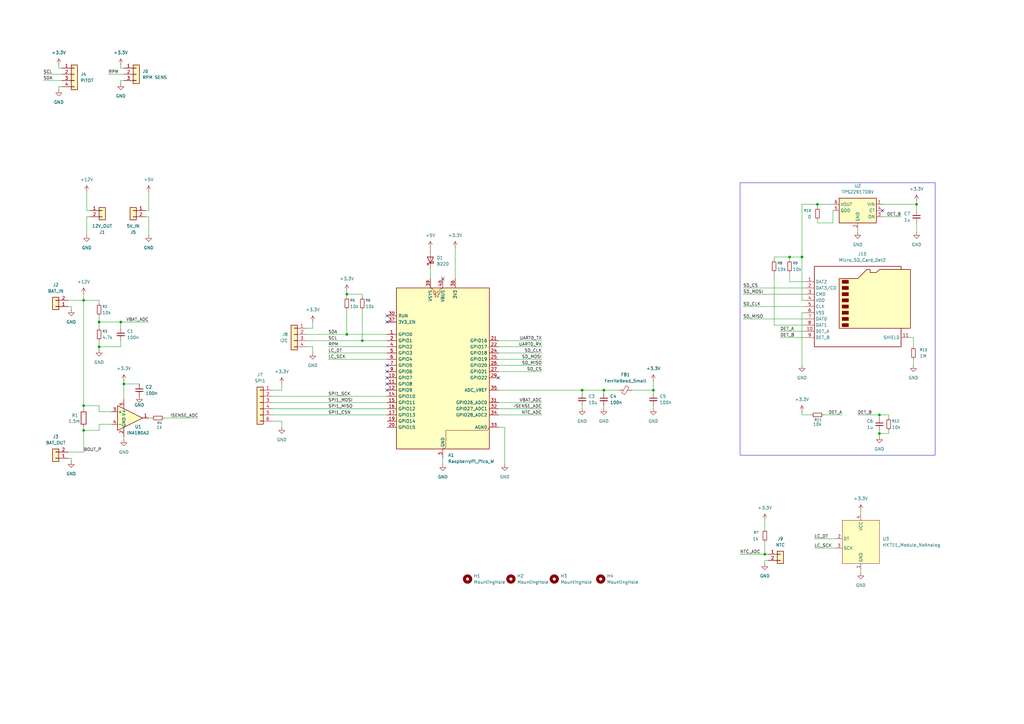
<source format=kicad_sch>
(kicad_sch (version 20250114) (generator "eeschema") (generator_version "9.0")
  (paper "A3")
  (lib_symbols
    (symbol "Amplifier_Current:INA180A3" (pin_names (offset 0.127))
      (property "Reference" "U" (at 3.81 3.81 0))
      (property "Value" "INA180A3" (at 3.81 -2.54 0))
      (symbol "INA180A3_0_1"
        (polyline (pts (xy 5.08 0) (xy -5.08 5.08) (xy -5.08 -5.08) (xy 5.08 0)) (stroke (width 0.254)) (fill (type background)))
      )
      (symbol "INA180A3_1_1"
        (pin input line (at -7.62 2.54 0) (length 2.54) (name "+") (number "3"))
        (pin input line (at -7.62 -2.54 0) (length 2.54) (name "-") (number "4"))
        (pin power_in line (at -2.54 7.62 270) (length 3.81) (name "V+") (number "5"))
        (pin power_in line (at -2.54 -7.62 90) (length 3.81) (name "GND") (number "2"))
        (pin output line (at 7.62 0 180) (length 2.54) (name "~") (number "1"))
      )
    )
    (symbol "Connector:Micro_SD_Card_Det2"
      (property "Reference" "J" (at -16.51 17.78 0))
      (property "Value" "Micro_SD_Card_Det2" (at 16.51 17.78 0))
      (symbol "Micro_SD_Card_Det2_0_1"
        (polyline (pts (xy -8.89 -8.89) (xy -8.89 11.43) (xy -1.27 11.43) (xy 2.54 15.24) (xy 3.81 15.24) (xy 3.81 13.97) (xy 6.35 13.97) (xy 7.62 15.24) (xy 20.32 15.24) (xy 20.32 -8.89) (xy -8.89 -8.89)) (stroke (width 0.254)) (fill (type background)))
        (rectangle (start -7.62 10.795) (end -5.08 9.525) (stroke (width 0.254)) (fill (type outline)))
        (rectangle (start -7.62 8.255) (end -5.08 6.985) (stroke (width 0.254)) (fill (type outline)))
        (rectangle (start -7.62 5.715) (end -5.08 4.445) (stroke (width 0.254)) (fill (type outline)))
        (rectangle (start -7.62 3.175) (end -5.08 1.905) (stroke (width 0.254)) (fill (type outline)))
        (rectangle (start -7.62 0.635) (end -5.08 -0.635) (stroke (width 0.254)) (fill (type outline)))
        (rectangle (start -7.62 -1.905) (end -5.08 -3.175) (stroke (width 0.254)) (fill (type outline)))
        (rectangle (start -7.62 -4.445) (end -5.08 -5.715) (stroke (width 0.254)) (fill (type outline)))
        (rectangle (start -7.62 -6.985) (end -5.08 -8.255) (stroke (width 0.254)) (fill (type outline)))
        (polyline (pts (xy 16.51 15.24) (xy 16.51 16.51) (xy -19.05 16.51) (xy -19.05 -16.51) (xy 16.51 -16.51) (xy 16.51 -8.89)) (stroke (width 0.254)))
      )
      (symbol "Micro_SD_Card_Det2_1_1"
        (pin bidirectional line (at -22.86 10.16 0) (length 3.81) (name "DAT2") (number "1"))
        (pin bidirectional line (at -22.86 7.62 0) (length 3.81) (name "DAT3/CD") (number "2"))
        (pin input line (at -22.86 5.08 0) (length 3.81) (name "CMD") (number "3"))
        (pin power_in line (at -22.86 2.54 0) (length 3.81) (name "VDD") (number "4"))
        (pin input line (at -22.86 0 0) (length 3.81) (name "CLK") (number "5"))
        (pin power_in line (at -22.86 -2.54 0) (length 3.81) (name "VSS") (number "6"))
        (pin bidirectional line (at -22.86 -5.08 0) (length 3.81) (name "DAT0") (number "7"))
        (pin bidirectional line (at -22.86 -7.62 0) (length 3.81) (name "DAT1") (number "8"))
        (pin passive line (at -22.86 -10.16 0) (length 3.81) (name "DET_A") (number "10"))
        (pin passive line (at -22.86 -12.7 0) (length 3.81) (name "DET_B") (number "9"))
        (pin passive line (at 20.32 -12.7 180) (length 3.81) (name "SHIELD") (number "11"))
      )
    )
    (symbol "Connector_Generic:Conn_01x02" (pin_names (offset 1.016) (hide yes))
      (property "Reference" "J" (at 0 2.54 0))
      (property "Value" "Conn_01x02" (at 0 -5.08 0))
      (symbol "Conn_01x02_1_1"
        (rectangle (start -1.27 1.27) (end 1.27 -3.81) (stroke (width 0.254)) (fill (type background)))
        (rectangle (start -1.27 0.127) (end 0 -0.127) (stroke (width 0.1524)))
        (rectangle (start -1.27 -2.413) (end 0 -2.667) (stroke (width 0.1524)))
        (pin passive line (at -5.08 0 0) (length 3.81) (name "Pin_1") (number "1"))
        (pin passive line (at -5.08 -2.54 0) (length 3.81) (name "Pin_2") (number "2"))
      )
    )
    (symbol "Connector_Generic:Conn_01x03" (pin_names (offset 1.016) (hide yes))
      (property "Reference" "J" (at 0 5.08 0))
      (property "Value" "Conn_01x03" (at 0 -5.08 0))
      (symbol "Conn_01x03_1_1"
        (rectangle (start -1.27 3.81) (end 1.27 -3.81) (stroke (width 0.254)) (fill (type background)))
        (rectangle (start -1.27 2.667) (end 0 2.413) (stroke (width 0.1524)))
        (rectangle (start -1.27 0.127) (end 0 -0.127) (stroke (width 0.1524)))
        (rectangle (start -1.27 -2.413) (end 0 -2.667) (stroke (width 0.1524)))
        (pin passive line (at -5.08 2.54 0) (length 3.81) (name "Pin_1") (number "1"))
        (pin passive line (at -5.08 0 0) (length 3.81) (name "Pin_2") (number "2"))
        (pin passive line (at -5.08 -2.54 0) (length 3.81) (name "Pin_3") (number "3"))
      )
    )
    (symbol "Connector_Generic:Conn_01x04" (pin_names (offset 1.016) (hide yes))
      (property "Reference" "J" (at 0 5.08 0))
      (property "Value" "Conn_01x04" (at 0 -7.62 0))
      (symbol "Conn_01x04_1_1"
        (rectangle (start -1.27 3.81) (end 1.27 -6.35) (stroke (width 0.254)) (fill (type background)))
        (rectangle (start -1.27 2.667) (end 0 2.413) (stroke (width 0.1524)))
        (rectangle (start -1.27 0.127) (end 0 -0.127) (stroke (width 0.1524)))
        (rectangle (start -1.27 -2.413) (end 0 -2.667) (stroke (width 0.1524)))
        (rectangle (start -1.27 -4.953) (end 0 -5.207) (stroke (width 0.1524)))
        (pin passive line (at -5.08 2.54 0) (length 3.81) (name "Pin_1") (number "1"))
        (pin passive line (at -5.08 0 0) (length 3.81) (name "Pin_2") (number "2"))
        (pin passive line (at -5.08 -2.54 0) (length 3.81) (name "Pin_3") (number "3"))
        (pin passive line (at -5.08 -5.08 0) (length 3.81) (name "Pin_4") (number "4"))
      )
    )
    (symbol "Connector_Generic:Conn_01x06" (pin_names (offset 1.016) (hide yes))
      (property "Reference" "J" (at 0 7.62 0))
      (property "Value" "Conn_01x06" (at 0 -10.16 0))
      (symbol "Conn_01x06_1_1"
        (rectangle (start -1.27 6.35) (end 1.27 -8.89) (stroke (width 0.254)) (fill (type background)))
        (rectangle (start -1.27 5.207) (end 0 4.953) (stroke (width 0.1524)))
        (rectangle (start -1.27 2.667) (end 0 2.413) (stroke (width 0.1524)))
        (rectangle (start -1.27 0.127) (end 0 -0.127) (stroke (width 0.1524)))
        (rectangle (start -1.27 -2.413) (end 0 -2.667) (stroke (width 0.1524)))
        (rectangle (start -1.27 -4.953) (end 0 -5.207) (stroke (width 0.1524)))
        (rectangle (start -1.27 -7.493) (end 0 -7.747) (stroke (width 0.1524)))
        (pin passive line (at -5.08 5.08 0) (length 3.81) (name "Pin_1") (number "1"))
        (pin passive line (at -5.08 2.54 0) (length 3.81) (name "Pin_2") (number "2"))
        (pin passive line (at -5.08 0 0) (length 3.81) (name "Pin_3") (number "3"))
        (pin passive line (at -5.08 -2.54 0) (length 3.81) (name "Pin_4") (number "4"))
        (pin passive line (at -5.08 -5.08 0) (length 3.81) (name "Pin_5") (number "5"))
        (pin passive line (at -5.08 -7.62 0) (length 3.81) (name "Pin_6") (number "6"))
      )
    )
    (symbol "Device:C_Small" (pin_numbers (hide yes)) (pin_names (offset 0.254) (hide yes))
      (property "Reference" "C" (at 0.254 1.778 0))
      (property "Value" "C_Small" (at 0.254 -2.032 0))
      (symbol "C_Small_0_1"
        (polyline (pts (xy -1.524 0.508) (xy 1.524 0.508)) (stroke (width 0.3048)))
        (polyline (pts (xy -1.524 -0.508) (xy 1.524 -0.508)) (stroke (width 0.3302)))
      )
      (symbol "C_Small_1_1"
        (pin passive line (at 0 2.54 270) (length 2.032) (name "~") (number "1"))
        (pin passive line (at 0 -2.54 90) (length 2.032) (name "~") (number "2"))
      )
    )
    (symbol "Device:FerriteBead_Small" (pin_numbers (hide yes)) (pin_names (offset 0))
      (property "Reference" "FB" (at 1.905 1.27 0))
      (property "Value" "FerriteBead_Small" (at 1.905 -1.27 0))
      (symbol "FerriteBead_Small_0_1"
        (polyline (pts (xy -1.8288 0.2794) (xy -1.1176 1.4986) (xy 1.8288 -0.2032) (xy 1.1176 -1.4224) (xy -1.8288 0.2794)))
        (polyline (pts (xy 0 0.889) (xy 0 1.2954)))
        (polyline (pts (xy 0 -1.27) (xy 0 -0.7874)))
      )
      (symbol "FerriteBead_Small_1_1"
        (pin passive line (at 0 2.54 270) (length 1.27) (name "~") (number "1"))
        (pin passive line (at 0 -2.54 90) (length 1.27) (name "~") (number "2"))
      )
    )
    (symbol "Device:R" (pin_numbers (hide yes)) (pin_names (offset 0))
      (property "Reference" "R" (at 2.032 0 90))
      (property "Value" "R" (at 0 0 90))
      (symbol "R_0_1"
        (rectangle (start -1.016 -2.54) (end 1.016 2.54) (stroke (width 0.254)))
      )
      (symbol "R_1_1"
        (pin passive line (at 0 3.81 270) (length 1.27) (name "~") (number "1"))
        (pin passive line (at 0 -3.81 90) (length 1.27) (name "~") (number "2"))
      )
    )
    (symbol "Device:R_Small" (pin_numbers (hide yes)) (pin_names (offset 0.254) (hide yes))
      (property "Reference" "R" (at 0 0 90))
      (property "Value" "R_Small" (at 1.778 0 90))
      (symbol "R_Small_0_1"
        (rectangle (start -0.762 1.778) (end 0.762 -1.778) (stroke (width 0.2032)))
      )
      (symbol "R_Small_1_1"
        (pin passive line (at 0 2.54 270) (length 0.762) (name "~") (number "1"))
        (pin passive line (at 0 -2.54 90) (length 0.762) (name "~") (number "2"))
      )
    )
    (symbol "Diode:B220" (pin_numbers (hide yes)) (pin_names (offset 1.016) (hide yes))
      (property "Reference" "D" (at 0 2.54 0))
      (property "Value" "B220" (at 0 -2.54 0))
      (symbol "B220_0_1"
        (polyline (pts (xy -1.905 0.635) (xy -1.905 1.27) (xy -1.27 1.27) (xy -1.27 -1.27) (xy -0.635 -1.27) (xy -0.635 -0.635)) (stroke (width 0.254)))
        (polyline (pts (xy 1.27 1.27) (xy 1.27 -1.27) (xy -1.27 0) (xy 1.27 1.27)) (stroke (width 0.254)))
        (polyline (pts (xy 1.27 0) (xy -1.27 0)))
      )
      (symbol "B220_1_1"
        (pin passive line (at -3.81 0 0) (length 2.54) (name "K") (number "1"))
        (pin passive line (at 3.81 0 180) (length 2.54) (name "A") (number "2"))
      )
    )
    (symbol "HX1171Module:HX711_Module_NoAnalog"
      (property "Reference" "U" (at 4.064 11.938 0))
      (property "Value" "HX711_Module_NoAnalog" (at 0 0 0))
      (symbol "HX711_Module_NoAnalog_1_1"
        (rectangle (start -7.62 8.89) (end 7.62 -8.89) (fill (type color) (color 255 255 194 1)))
        (pin bidirectional line (at -10.16 1.27 0) (length 2.54) (name "DT") (number "2"))
        (pin input line (at -10.16 -2.54 0) (length 2.54) (name "SCK") (number "3"))
        (pin power_in line (at 0 11.43 270) (length 2.54) (name "VCC") (number "4"))
        (pin power_in line (at 0 -11.43 90) (length 2.54) (name "GND") (number "1"))
      )
    )
    (symbol "MCU_Module:RaspberryPi_Pico_W" (pin_names (offset 0.762))
      (property "Reference" "A" (at -19.05 35.56 0))
      (property "Value" "RaspberryPi_Pico_W" (at 7.62 35.56 0))
      (symbol "RaspberryPi_Pico_W_0_1"
        (rectangle (start -19.05 34.29) (end 19.05 -31.75) (stroke (width 0.254)) (fill (type background)))
        (polyline (pts (xy -5.08 34.29) (xy -3.81 33.655) (xy -3.81 31.75) (xy -3.175 31.75)))
        (polyline (pts (xy -3.429 32.766) (xy -3.429 33.02) (xy -3.175 33.02) (xy -3.175 30.48) (xy -2.921 30.48) (xy -2.921 30.734)))
        (polyline (pts (xy -3.175 31.75) (xy -1.905 33.02) (xy -1.905 30.48) (xy -3.175 31.75)))
        (polyline (pts (xy 0 34.29) (xy -1.27 33.655) (xy -1.27 31.75) (xy -1.905 31.75)))
        (polyline (pts (xy 0 -31.75) (xy 1.27 -31.115) (xy 1.27 -24.13) (xy 18.415 -24.13) (xy 19.05 -22.86)))
      )
      (symbol "RaspberryPi_Pico_W_1_1"
        (pin passive line (at -22.86 22.86 0) (length 3.81) (name "RUN") (number "30"))
        (pin passive line (at -22.86 20.32 0) (length 3.81) (name "3V3_EN") (number "37"))
        (pin bidirectional line (at -22.86 15.24 0) (length 3.81) (name "GPIO0") (number "1"))
        (pin bidirectional line (at -22.86 12.7 0) (length 3.81) (name "GPIO1") (number "2"))
        (pin bidirectional line (at -22.86 10.16 0) (length 3.81) (name "GPIO2") (number "4"))
        (pin bidirectional line (at -22.86 7.62 0) (length 3.81) (name "GPIO3") (number "5"))
        (pin bidirectional line (at -22.86 5.08 0) (length 3.81) (name "GPIO4") (number "6"))
        (pin bidirectional line (at -22.86 2.54 0) (length 3.81) (name "GPIO5") (number "7"))
        (pin bidirectional line (at -22.86 0 0) (length 3.81) (name "GPIO6") (number "9"))
        (pin bidirectional line (at -22.86 -2.54 0) (length 3.81) (name "GPIO7") (number "10"))
        (pin bidirectional line (at -22.86 -5.08 0) (length 3.81) (name "GPIO8") (number "11"))
        (pin bidirectional line (at -22.86 -7.62 0) (length 3.81) (name "GPIO9") (number "12"))
        (pin bidirectional line (at -22.86 -10.16 0) (length 3.81) (name "GPIO10") (number "14"))
        (pin bidirectional line (at -22.86 -12.7 0) (length 3.81) (name "GPIO11") (number "15"))
        (pin bidirectional line (at -22.86 -15.24 0) (length 3.81) (name "GPIO12") (number "16"))
        (pin bidirectional line (at -22.86 -17.78 0) (length 3.81) (name "GPIO13") (number "17"))
        (pin bidirectional line (at -22.86 -20.32 0) (length 3.81) (name "GPIO14") (number "19"))
        (pin bidirectional line (at -22.86 -22.86 0) (length 3.81) (name "GPIO15") (number "20"))
        (pin power_in line (at -5.08 38.1 270) (length 3.81) (name "VSYS") (number "39"))
        (pin power_out line (at 0 38.1 270) (length 3.81) (name "VBUS") (number "40"))
        (pin passive line (at 0 -35.56 90) (length 3.81) (hide yes) (name "GND") (number "13"))
        (pin passive line (at 0 -35.56 90) (length 3.81) (hide yes) (name "GND") (number "18"))
        (pin passive line (at 0 -35.56 90) (length 3.81) (hide yes) (name "GND") (number "23"))
        (pin passive line (at 0 -35.56 90) (length 3.81) (hide yes) (name "GND") (number "28"))
        (pin power_out line (at 0 -35.56 90) (length 3.81) (name "GND") (number "3"))
        (pin passive line (at 0 -35.56 90) (length 3.81) (hide yes) (name "GND") (number "38"))
        (pin passive line (at 0 -35.56 90) (length 3.81) (hide yes) (name "GND") (number "8"))
        (pin power_out line (at 5.08 38.1 270) (length 3.81) (name "3V3") (number "36"))
        (pin bidirectional line (at 22.86 12.7 180) (length 3.81) (name "GPIO16") (number "21"))
        (pin bidirectional line (at 22.86 10.16 180) (length 3.81) (name "GPIO17") (number "22"))
        (pin bidirectional line (at 22.86 7.62 180) (length 3.81) (name "GPIO18") (number "24"))
        (pin bidirectional line (at 22.86 5.08 180) (length 3.81) (name "GPIO19") (number "25"))
        (pin bidirectional line (at 22.86 2.54 180) (length 3.81) (name "GPIO20") (number "26"))
        (pin bidirectional line (at 22.86 0 180) (length 3.81) (name "GPIO21") (number "27"))
        (pin bidirectional line (at 22.86 -2.54 180) (length 3.81) (name "GPIO22") (number "29"))
        (pin power_in line (at 22.86 -7.62 180) (length 3.81) (name "ADC_VREF") (number "35"))
        (pin bidirectional line (at 22.86 -12.7 180) (length 3.81) (name "GPIO26_ADC0") (number "31"))
        (pin bidirectional line (at 22.86 -15.24 180) (length 3.81) (name "GPIO27_ADC1") (number "32"))
        (pin bidirectional line (at 22.86 -17.78 180) (length 3.81) (name "GPIO28_ADC2") (number "34"))
        (pin power_out line (at 22.86 -22.86 180) (length 3.81) (name "AGND") (number "33"))
      )
    )
    (symbol "Mechanical:MountingHole" (pin_names (offset 1.016)) (in_bom no)
      (property "Reference" "H" (at 0 5.08 0))
      (property "Value" "MountingHole" (at 0 3.175 0))
      (symbol "MountingHole_0_1"
        (circle (center 0 0) (radius 1.27) (stroke (width 1.27)))
      )
    )
    (symbol "Power_Management:TPS22917DBV"
      (property "Reference" "U" (at -6.35 6.35 0))
      (property "Value" "TPS22917DBV" (at 2.54 6.35 0))
      (symbol "TPS22917DBV_0_1"
        (rectangle (start -7.62 5.08) (end 7.62 -5.08) (stroke (width 0.254)) (fill (type background)))
      )
      (symbol "TPS22917DBV_1_1"
        (pin power_in line (at -10.16 2.54 0) (length 2.54) (name "VIN") (number "1"))
        (pin output line (at -10.16 0 0) (length 2.54) (name "CT") (number "4"))
        (pin input line (at -10.16 -2.54 0) (length 2.54) (name "ON") (number "3"))
        (pin power_in line (at 0 -7.62 90) (length 2.54) (name "GND") (number "2"))
        (pin power_out line (at 10.16 2.54 180) (length 2.54) (name "VOUT") (number "6"))
        (pin open_collector line (at 10.16 0 180) (length 2.54) (name "QOD") (number "5"))
      )
    )
    (symbol "power:+12V" (power) (pin_numbers (hide yes)) (pin_names (offset 0) (hide yes))
      (property "Value" "+12V" (at 0 3.556 0))
      (symbol "+12V_0_1"
        (polyline (pts (xy -0.762 1.27) (xy 0 2.54)))
        (polyline (pts (xy 0 2.54) (xy 0.762 1.27)))
        (polyline (pts (xy 0 0) (xy 0 2.54)))
      )
      (symbol "+12V_1_1"
        (pin power_in line (at 0 0 90) (length 0) (name "~") (number "1"))
      )
    )
    (symbol "power:+3.3V" (power) (pin_numbers (hide yes)) (pin_names (offset 0) (hide yes))
      (property "Value" "+3.3V" (at 0 3.556 0))
      (symbol "+3.3V_0_1"
        (polyline (pts (xy -0.762 1.27) (xy 0 2.54)))
        (polyline (pts (xy 0 2.54) (xy 0.762 1.27)))
        (polyline (pts (xy 0 0) (xy 0 2.54)))
      )
      (symbol "+3.3V_1_1"
        (pin power_in line (at 0 0 90) (length 0) (name "~") (number "1"))
      )
    )
    (symbol "power:+5V" (power) (pin_numbers (hide yes)) (pin_names (offset 0) (hide yes))
      (property "Value" "+5V" (at 0 3.556 0))
      (symbol "+5V_0_1"
        (polyline (pts (xy -0.762 1.27) (xy 0 2.54)))
        (polyline (pts (xy 0 2.54) (xy 0.762 1.27)))
        (polyline (pts (xy 0 0) (xy 0 2.54)))
      )
      (symbol "+5V_1_1"
        (pin power_in line (at 0 0 90) (length 0) (name "~") (number "1"))
      )
    )
    (symbol "power:GND" (power) (pin_numbers (hide yes)) (pin_names (offset 0) (hide yes))
      (property "Value" "GND" (at 0 -3.81 0))
      (symbol "GND_0_1"
        (polyline (pts (xy 0 0) (xy 0 -1.27) (xy 1.27 -1.27) (xy 0 -2.54) (xy -1.27 -1.27) (xy 0 -1.27)))
      )
      (symbol "GND_1_1"
        (pin power_in line (at 0 0 270) (length 0) (name "~") (number "1"))
      )
    )
  )
  (rectangle (start 303.53 74.93) (end 383.54 186.69))
  (junction (at 142.24 120.65))
  (junction (at 142.24 137.16))
  (junction (at 360.68 177.8))
  (junction (at 247.65 160.02))
  (junction (at 238.76 160.02))
  (junction (at 40.64 142.24))
  (junction (at 40.64 132.08))
  (junction (at 50.8 157.48))
  (junction (at 148.59 139.7))
  (junction (at 328.93 105.41))
  (junction (at 375.92 83.82))
  (junction (at 34.29 166.37))
  (junction (at 267.97 160.02))
  (junction (at 34.29 176.53))
  (junction (at 313.69 227.33))
  (junction (at 360.68 170.18))
  (junction (at 34.29 123.19))
  (junction (at 335.28 83.82))
  (junction (at 49.53 132.08))
  (junction (at 323.85 105.41))
  (no_connect (at 158.75 160.02))
  (no_connect (at 204.47 154.94))
  (no_connect (at 158.75 132.08))
  (no_connect (at 158.75 129.54))
  (no_connect (at 158.75 157.48))
  (no_connect (at 361.95 86.36))
  (no_connect (at 181.61 114.3))
  (no_connect (at 158.75 152.4))
  (no_connect (at 158.75 149.86))
  (no_connect (at 158.75 154.94))
  (wire (pts (xy 204.47 165.1) (xy 222.25 165.1)))
  (wire (pts (xy 35.56 86.36) (xy 36.83 86.36)))
  (wire (pts (xy 303.53 227.33) (xy 313.69 227.33)))
  (wire (pts (xy 323.85 105.41) (xy 328.93 105.41)))
  (wire (pts (xy 267.97 156.21) (xy 267.97 160.02)))
  (wire (pts (xy 204.47 147.32) (xy 222.25 147.32)))
  (wire (pts (xy 375.92 83.82) (xy 375.92 86.36)))
  (wire (pts (xy 142.24 137.16) (xy 158.75 137.16)))
  (wire (pts (xy 50.8 33.02) (xy 49.53 33.02)))
  (wire (pts (xy 60.96 88.9) (xy 60.96 96.52)))
  (wire (pts (xy 323.85 115.57) (xy 330.2 115.57)))
  (wire (pts (xy 320.04 138.43) (xy 330.2 138.43)))
  (wire (pts (xy 40.64 173.99) (xy 45.72 173.99)))
  (wire (pts (xy 40.64 123.19) (xy 34.29 123.19)))
  (wire (pts (xy 25.4 27.94) (xy 24.13 27.94)))
  (wire (pts (xy 304.8 125.73) (xy 330.2 125.73)))
  (wire (pts (xy 267.97 160.02) (xy 267.97 161.29)))
  (wire (pts (xy 323.85 106.68) (xy 323.85 105.41)))
  (wire (pts (xy 29.21 125.73) (xy 27.94 125.73)))
  (wire (pts (xy 125.73 137.16) (xy 142.24 137.16)))
  (wire (pts (xy 142.24 127) (xy 142.24 137.16)))
  (wire (pts (xy 35.56 88.9) (xy 36.83 88.9)))
  (wire (pts (xy 40.64 132.08) (xy 40.64 134.62)))
  (wire (pts (xy 204.47 139.7) (xy 222.25 139.7)))
  (wire (pts (xy 317.5 105.41) (xy 317.5 106.68)))
  (wire (pts (xy 142.24 120.65) (xy 142.24 121.92)))
  (wire (pts (xy 328.93 128.27) (xy 330.2 128.27)))
  (wire (pts (xy 204.47 167.64) (xy 222.25 167.64)))
  (wire (pts (xy 364.49 170.18) (xy 364.49 171.45)))
  (wire (pts (xy 328.93 170.18) (xy 328.93 168.91)))
  (wire (pts (xy 128.27 142.24) (xy 125.73 142.24)))
  (wire (pts (xy 49.53 33.02) (xy 49.53 34.29)))
  (wire (pts (xy 360.68 170.18) (xy 360.68 171.45)))
  (wire (pts (xy 176.53 110.49) (xy 176.53 114.3)))
  (wire (pts (xy 364.49 177.8) (xy 360.68 177.8)))
  (wire (pts (xy 341.63 86.36) (xy 341.63 91.44)))
  (wire (pts (xy 115.57 160.02) (xy 115.57 157.48)))
  (wire (pts (xy 369.57 88.9) (xy 361.95 88.9)))
  (wire (pts (xy 50.8 27.94) (xy 49.53 27.94)))
  (wire (pts (xy 364.49 176.53) (xy 364.49 177.8)))
  (wire (pts (xy 353.06 209.55) (xy 353.06 210.82)))
  (wire (pts (xy 374.65 138.43) (xy 373.38 138.43)))
  (wire (pts (xy 328.93 149.86) (xy 328.93 128.27)))
  (wire (pts (xy 148.59 139.7) (xy 158.75 139.7)))
  (wire (pts (xy 375.92 91.44) (xy 375.92 95.25)))
  (wire (pts (xy 334.01 224.79) (xy 342.9 224.79)))
  (wire (pts (xy 314.96 229.87) (xy 313.69 229.87)))
  (wire (pts (xy 360.68 177.8) (xy 360.68 179.07)))
  (wire (pts (xy 238.76 160.02) (xy 238.76 161.29)))
  (wire (pts (xy 335.28 83.82) (xy 335.28 85.09)))
  (wire (pts (xy 24.13 27.94) (xy 24.13 26.67)))
  (wire (pts (xy 204.47 160.02) (xy 238.76 160.02)))
  (wire (pts (xy 238.76 166.37) (xy 238.76 167.64)))
  (wire (pts (xy 111.76 170.18) (xy 158.75 170.18)))
  (wire (pts (xy 247.65 166.37) (xy 247.65 167.64)))
  (wire (pts (xy 335.28 90.17) (xy 335.28 91.44)))
  (wire (pts (xy 125.73 134.62) (xy 128.27 134.62)))
  (wire (pts (xy 49.53 142.24) (xy 40.64 142.24)))
  (wire (pts (xy 40.64 168.91) (xy 45.72 168.91)))
  (wire (pts (xy 247.65 160.02) (xy 254 160.02)))
  (wire (pts (xy 128.27 144.78) (xy 128.27 142.24)))
  (wire (pts (xy 134.62 142.24) (xy 158.75 142.24)))
  (wire (pts (xy 34.29 176.53) (xy 40.64 176.53)))
  (wire (pts (xy 34.29 123.19) (xy 34.29 166.37)))
  (wire (pts (xy 60.96 132.08) (xy 49.53 132.08)))
  (wire (pts (xy 247.65 160.02) (xy 247.65 161.29)))
  (wire (pts (xy 204.47 149.86) (xy 222.25 149.86)))
  (wire (pts (xy 334.01 220.98) (xy 342.9 220.98)))
  (wire (pts (xy 317.5 133.35) (xy 330.2 133.35)))
  (wire (pts (xy 313.69 213.36) (xy 313.69 217.17)))
  (wire (pts (xy 204.47 152.4) (xy 222.25 152.4)))
  (wire (pts (xy 50.8 156.21) (xy 50.8 157.48)))
  (wire (pts (xy 317.5 105.41) (xy 323.85 105.41)))
  (wire (pts (xy 328.93 105.41) (xy 328.93 123.19)))
  (wire (pts (xy 128.27 134.62) (xy 128.27 132.08)))
  (wire (pts (xy 49.53 134.62) (xy 49.53 132.08)))
  (wire (pts (xy 204.47 144.78) (xy 222.25 144.78)))
  (wire (pts (xy 115.57 172.72) (xy 111.76 172.72)))
  (wire (pts (xy 314.96 227.33) (xy 313.69 227.33)))
  (wire (pts (xy 374.65 142.24) (xy 374.65 138.43)))
  (wire (pts (xy 60.96 171.45) (xy 62.23 171.45)))
  (wire (pts (xy 267.97 166.37) (xy 267.97 167.64)))
  (wire (pts (xy 29.21 125.73) (xy 29.21 127)))
  (wire (pts (xy 320.04 135.89) (xy 330.2 135.89)))
  (wire (pts (xy 186.69 101.6) (xy 186.69 114.3)))
  (wire (pts (xy 111.76 160.02) (xy 115.57 160.02)))
  (wire (pts (xy 34.29 185.42) (xy 34.29 176.53)))
  (wire (pts (xy 313.69 229.87) (xy 313.69 231.14)))
  (wire (pts (xy 351.79 170.18) (xy 360.68 170.18)))
  (wire (pts (xy 50.8 179.07) (xy 50.8 180.34)))
  (wire (pts (xy 59.69 86.36) (xy 60.96 86.36)))
  (wire (pts (xy 27.94 187.96) (xy 29.21 187.96)))
  (wire (pts (xy 351.79 93.98) (xy 351.79 95.25)))
  (wire (pts (xy 259.08 160.02) (xy 267.97 160.02)))
  (wire (pts (xy 35.56 78.74) (xy 35.56 86.36)))
  (wire (pts (xy 337.82 170.18) (xy 345.44 170.18)))
  (wire (pts (xy 44.45 30.48) (xy 50.8 30.48)))
  (wire (pts (xy 360.68 170.18) (xy 364.49 170.18)))
  (wire (pts (xy 142.24 119.38) (xy 142.24 120.65)))
  (wire (pts (xy 317.5 111.76) (xy 317.5 133.35)))
  (wire (pts (xy 35.56 96.52) (xy 35.56 88.9)))
  (wire (pts (xy 27.94 185.42) (xy 34.29 185.42)))
  (wire (pts (xy 40.64 129.54) (xy 40.64 132.08)))
  (wire (pts (xy 361.95 83.82) (xy 375.92 83.82)))
  (wire (pts (xy 207.01 175.26) (xy 204.47 175.26)))
  (wire (pts (xy 25.4 35.56) (xy 24.13 35.56)))
  (wire (pts (xy 176.53 101.6) (xy 176.53 102.87)))
  (wire (pts (xy 34.29 166.37) (xy 40.64 166.37)))
  (wire (pts (xy 304.8 130.81) (xy 330.2 130.81)))
  (wire (pts (xy 207.01 190.5) (xy 207.01 175.26)))
  (wire (pts (xy 40.64 123.19) (xy 40.64 124.46)))
  (wire (pts (xy 17.78 33.02) (xy 25.4 33.02)))
  (wire (pts (xy 34.29 120.65) (xy 34.29 123.19)))
  (wire (pts (xy 375.92 83.82) (xy 375.92 82.55)))
  (wire (pts (xy 49.53 139.7) (xy 49.53 142.24)))
  (wire (pts (xy 341.63 83.82) (xy 335.28 83.82)))
  (wire (pts (xy 181.61 187.96) (xy 181.61 190.5)))
  (wire (pts (xy 148.59 120.65) (xy 142.24 120.65)))
  (wire (pts (xy 40.64 142.24) (xy 40.64 143.51)))
  (wire (pts (xy 59.69 88.9) (xy 60.96 88.9)))
  (wire (pts (xy 148.59 127) (xy 148.59 139.7)))
  (wire (pts (xy 49.53 27.94) (xy 49.53 26.67)))
  (wire (pts (xy 335.28 91.44) (xy 341.63 91.44)))
  (wire (pts (xy 335.28 83.82) (xy 328.93 83.82)))
  (wire (pts (xy 125.73 139.7) (xy 148.59 139.7)))
  (wire (pts (xy 111.76 167.64) (xy 158.75 167.64)))
  (wire (pts (xy 40.64 139.7) (xy 40.64 142.24)))
  (wire (pts (xy 148.59 121.92) (xy 148.59 120.65)))
  (wire (pts (xy 57.15 157.48) (xy 50.8 157.48)))
  (wire (pts (xy 34.29 176.53) (xy 34.29 175.26)))
  (wire (pts (xy 360.68 176.53) (xy 360.68 177.8)))
  (wire (pts (xy 304.8 120.65) (xy 330.2 120.65)))
  (wire (pts (xy 330.2 123.19) (xy 328.93 123.19)))
  (wire (pts (xy 60.96 86.36) (xy 60.96 78.74)))
  (wire (pts (xy 40.64 132.08) (xy 49.53 132.08)))
  (wire (pts (xy 304.8 118.11) (xy 330.2 118.11)))
  (wire (pts (xy 332.74 170.18) (xy 328.93 170.18)))
  (wire (pts (xy 328.93 83.82) (xy 328.93 105.41)))
  (wire (pts (xy 67.31 171.45) (xy 81.28 171.45)))
  (wire (pts (xy 111.76 165.1) (xy 158.75 165.1)))
  (wire (pts (xy 353.06 233.68) (xy 353.06 234.95)))
  (wire (pts (xy 115.57 175.26) (xy 115.57 172.72)))
  (wire (pts (xy 27.94 123.19) (xy 34.29 123.19)))
  (wire (pts (xy 34.29 166.37) (xy 34.29 167.64)))
  (wire (pts (xy 323.85 111.76) (xy 323.85 115.57)))
  (wire (pts (xy 24.13 35.56) (xy 24.13 36.83)))
  (wire (pts (xy 134.62 147.32) (xy 158.75 147.32)))
  (wire (pts (xy 313.69 222.25) (xy 313.69 227.33)))
  (wire (pts (xy 134.62 144.78) (xy 158.75 144.78)))
  (wire (pts (xy 29.21 187.96) (xy 29.21 189.23)))
  (wire (pts (xy 40.64 166.37) (xy 40.64 168.91)))
  (wire (pts (xy 111.76 162.56) (xy 158.75 162.56)))
  (wire (pts (xy 50.8 157.48) (xy 50.8 163.83)))
  (wire (pts (xy 238.76 160.02) (xy 247.65 160.02)))
  (wire (pts (xy 374.65 147.32) (xy 374.65 149.86)))
  (wire (pts (xy 17.78 30.48) (xy 25.4 30.48)))
  (wire (pts (xy 204.47 170.18) (xy 222.25 170.18)))
  (wire (pts (xy 204.47 142.24) (xy 222.25 142.24)))
  (wire (pts (xy 40.64 176.53) (xy 40.64 173.99)))
  (label "SPI1_CSN" (at 134.62 170.18 0))
  (label "SCL" (at 134.62 139.7 0))
  (label "SDA" (at 17.78 33.02 0))
  (label "UART0_RX" (at 222.25 142.24 180))
  (label "VBAT_ADC" (at 222.25 165.1 180))
  (label "SD_MISO" (at 304.8 130.81 0))
  (label "LC_DT" (at 334.01 220.98 0))
  (label "SPI1_SCK" (at 134.62 162.56 0))
  (label "RPM" (at 134.62 142.24 0))
  (label "LC_SCK" (at 334.01 224.79 0))
  (label "ISENSE_ADC" (at 81.28 171.45 180))
  (label "DET_A" (at 345.44 170.18 180))
  (label "LC_DT" (at 134.62 144.78 0))
  (label "SCL" (at 17.78 30.48 0))
  (label "VBAT_ADC" (at 60.96 132.08 180))
  (label "SD_MOSI" (at 222.25 147.32 180))
  (label "DET_A" (at 320.04 135.89 0))
  (label "BOUT_P" (at 34.29 185.42 0))
  (label "SD_MOSI" (at 304.8 120.65 0))
  (label "SPI1_MISO" (at 134.62 167.64 0))
  (label "RPM" (at 44.45 30.48 0))
  (label "SD_CS" (at 222.25 152.4 180))
  (label "DET_B" (at 369.57 88.9 180))
  (label "UART0_TX" (at 222.25 139.7 180))
  (label "LC_SCK" (at 134.62 147.32 0))
  (label "NTC_ADC" (at 222.25 170.18 180))
  (label "SD_MISO" (at 222.25 149.86 180))
  (label "SPI1_MOSI" (at 134.62 165.1 0))
  (label "ISENSE_ADC" (at 222.25 167.64 180))
  (label "SD_CS" (at 304.8 118.11 0))
  (label "DET_B" (at 351.79 170.18 0))
  (label "SDA" (at 134.62 137.16 0))
  (label "NTC_ADC" (at 303.53 227.33 0))
  (label "SD_CLK" (at 222.25 144.78 180))
  (label "SD_CLK" (at 304.8 125.73 0))
  (label "DET_B" (at 320.04 138.43 0))
  (symbol (lib_id "power:GND") (at 115.57 175.26 0) (unit 1)
    (property "Reference" "#PWR017" (effects (hide yes)))
    (property "Value" "GND" (at 115.57 180.34 0))
    (property "Description" "Power symbol creates a global label with name \"GND\" , ground" (effects (hide yes)))
  )
  (symbol (lib_id "power:+3.3V") (at 267.97 156.21 0) (mirror y) (unit 1)
    (property "Reference" "#PWR026" (effects (hide yes)))
    (property "Value" "+3.3V" (at 267.97 151.13 0))
    (property "Description" "Power symbol creates a global label with name \"+3.3V\"" (effects (hide yes)))
  )
  (symbol (lib_id "HX1171Module:HX711_Module_NoAnalog") (at 353.06 222.25 0) (unit 1)
    (property "Reference" "U3" (at 361.95 220.9799 0) (effects (justify left)))
    (property "Value" "HX711_Module_NoAnalog" (at 361.95 223.5199 0) (effects (justify left)))
    (property "Footprint" "HX711Module:HX711_Module_NoAnalog" (effects (hide yes)))
  )
  (symbol (lib_id "power:GND") (at 35.56 96.52 0) (unit 1)
    (property "Reference" "#PWR015" (effects (hide yes)))
    (property "Value" "GND" (at 35.56 101.6 0))
    (property "Description" "Power symbol creates a global label with name \"GND\" , ground" (effects (hide yes)))
  )
  (symbol (lib_id "MCU_Module:RaspberryPi_Pico_W") (at 181.61 152.4 0) (unit 1)
    (property "Reference" "A1" (at 183.7533 186.69 0) (effects (justify left)))
    (property "Value" "RaspberryPi_Pico_W" (at 183.7533 189.23 0) (effects (justify left)))
    (property "Footprint" "Module:RaspberryPi_Pico_Common_THT" (effects (hide yes)))
    (property "Datasheet" "https://datasheets.raspberrypi.com/picow/pico-w-datasheet.pdf" (effects (hide yes)))
    (property "Description" "Versatile and inexpensive wireless microcontroller module powered by RP2040 dual-core Arm Cortex-M0+ processor up to 133 MHz, 264kB SRAM, 2MB QSPI flash, Infineon CYW43439 2.4GHz 802.11n wireless LAN; also supports Raspberry Pi Pico 2 W" (effects (hide yes)))
  )
  (symbol (lib_id "Mechanical:MountingHole") (at 209.55 237.49 0) (unit 1) (in_bom no)
    (property "Reference" "H2" (at 212.09 236.2199 0) (effects (justify left)))
    (property "Value" "MountingHole" (at 212.09 238.7599 0) (effects (justify left)))
    (property "Footprint" "MountingHole:MountingHole_2.2mm_M2_ISO7380" (effects (hide yes)))
    (property "Description" "Mounting Hole without connection" (effects (hide yes)))
  )
  (symbol (lib_id "power:GND") (at 375.92 95.25 0) (mirror y) (unit 1)
    (property "Reference" "#PWR038" (effects (hide yes)))
    (property "Value" "GND" (at 375.92 100.33 0))
    (property "Description" "Power symbol creates a global label with name \"GND\" , ground" (effects (hide yes)))
  )
  (symbol (lib_id "power:GND") (at 360.68 179.07 0) (unit 1)
    (property "Reference" "#PWR035" (effects (hide yes)))
    (property "Value" "GND" (at 360.68 184.15 0))
    (property "Description" "Power symbol creates a global label with name \"GND\" , ground" (effects (hide yes)))
  )
  (symbol (lib_id "power:+12V") (at 34.29 120.65 0) (unit 1)
    (property "Reference" "#PWR05" (effects (hide yes)))
    (property "Value" "+12V" (at 34.29 115.57 0))
    (property "Description" "Power symbol creates a global label with name \"+12V\"" (effects (hide yes)))
  )
  (symbol (lib_id "Connector_Generic:Conn_01x04") (at 30.48 30.48 0) (unit 1)
    (property "Reference" "J4" (at 33.02 30.4799 0) (effects (justify left)))
    (property "Value" "PITOT" (at 33.02 33.0199 0) (effects (justify left)))
    (property "Footprint" "Connector_JST:JST_PH_B4B-PH-K_1x04_P2.00mm_Vertical" (effects (hide yes)))
    (property "Description" "Generic connector, single row, 01x04, script generated (kicad-library-utils/schlib/autogen/connector/)" (effects (hide yes)))
  )
  (symbol (lib_id "Device:C_Small") (at 375.92 88.9 0) (mirror y) (unit 1)
    (property "Reference" "C7" (at 373.38 87.6362 0) (effects (justify left)))
    (property "Value" "1u" (at 373.38 90.1762 0) (effects (justify left)))
    (property "Footprint" "Capacitor_SMD:C_0805_2012Metric_Pad1.18x1.45mm_HandSolder" (effects (hide yes)))
    (property "Description" "Unpolarized capacitor, small symbol" (effects (hide yes)))
  )
  (symbol (lib_id "Device:C_Small") (at 247.65 163.83 0) (mirror y) (unit 1)
    (property "Reference" "C4" (at 250.19 162.5662 0) (effects (justify right)))
    (property "Value" "100n" (at 250.19 165.1062 0) (effects (justify right)))
    (property "Footprint" "Capacitor_SMD:C_0805_2012Metric_Pad1.18x1.45mm_HandSolder" (effects (hide yes)))
    (property "Description" "Unpolarized capacitor, small symbol" (effects (hide yes)))
  )
  (symbol (lib_id "power:+3.3V") (at 24.13 26.67 0) (mirror y) (unit 1)
    (property "Reference" "#PWR01" (effects (hide yes)))
    (property "Value" "+3.3V" (at 24.13 21.59 0))
    (property "Description" "Power symbol creates a global label with name \"+3.3V\"" (effects (hide yes)))
  )
  (symbol (lib_id "power:GND") (at 313.69 231.14 0) (unit 1)
    (property "Reference" "#PWR029" (effects (hide yes)))
    (property "Value" "GND" (at 313.69 236.22 0))
    (property "Description" "Power symbol creates a global label with name \"GND\" , ground" (effects (hide yes)))
  )
  (symbol (lib_id "Device:R_Small") (at 313.69 219.71 0) (unit 1)
    (property "Reference" "R7" (at 311.15 218.4399 0) (effects (font (size 1.016 1.016)) (justify right)))
    (property "Value" "1k" (at 311.15 220.9799 0) (effects (justify right)))
    (property "Footprint" "Resistor_SMD:R_0805_2012Metric_Pad1.20x1.40mm_HandSolder" (effects (hide yes)))
    (property "Description" "Resistor, small symbol" (effects (hide yes)))
  )
  (symbol (lib_id "Connector_Generic:Conn_01x02") (at 22.86 187.96 180) (unit 1)
    (property "Reference" "J3" (at 22.86 179.07 0))
    (property "Value" "BAT_OUT" (at 22.86 181.61 0))
    (property "Footprint" "Connector_AMASS:AMASS_XT60-F_1x02_P7.20mm_Vertical" (effects (hide yes)))
    (property "Description" "Generic connector, single row, 01x02, script generated (kicad-library-utils/schlib/autogen/connector/)" (effects (hide yes)))
  )
  (symbol (lib_id "Device:R_Small") (at 40.64 127 0) (unit 1)
    (property "Reference" "R2" (at 41.91 125.73 0) (effects (font (size 1.016 1.016)) (justify left)))
    (property "Value" "10k" (at 41.91 128.27 0) (effects (justify left)))
    (property "Footprint" "Resistor_SMD:R_0805_2012Metric_Pad1.20x1.40mm_HandSolder" (effects (hide yes)))
    (property "Description" "Resistor, small symbol" (effects (hide yes)))
  )
  (symbol (lib_id "power:GND") (at 328.93 149.86 0) (unit 1)
    (property "Reference" "#PWR030" (effects (hide yes)))
    (property "Value" "GND" (at 328.93 154.94 0))
    (property "Description" "Power symbol creates a global label with name \"GND\" , ground" (effects (hide yes)))
  )
  (symbol (lib_id "power:GND") (at 238.76 167.64 0) (unit 1)
    (property "Reference" "#PWR024" (effects (hide yes)))
    (property "Value" "GND" (at 238.76 172.72 0))
    (property "Description" "Power symbol creates a global label with name \"GND\" , ground" (effects (hide yes)))
  )
  (symbol (lib_id "Device:C_Small") (at 57.15 160.02 0) (unit 1)
    (property "Reference" "C2" (at 59.69 158.7562 0) (effects (justify left)))
    (property "Value" "100n" (at 59.69 161.2962 0) (effects (justify left)))
    (property "Footprint" "Capacitor_SMD:C_0805_2012Metric_Pad1.18x1.45mm_HandSolder" (effects (hide yes)))
    (property "Description" "Unpolarized capacitor, small symbol" (effects (hide yes)))
  )
  (symbol (lib_id "power:+12V") (at 35.56 78.74 0) (unit 1)
    (property "Reference" "#PWR03" (effects (hide yes)))
    (property "Value" "+12V" (at 35.56 73.66 0))
    (property "Description" "Power symbol creates a global label with name \"+12V\"" (effects (hide yes)))
  )
  (symbol (lib_id "Mechanical:MountingHole") (at 191.77 237.49 0) (unit 1) (in_bom no)
    (property "Reference" "H1" (at 194.31 236.2199 0) (effects (justify left)))
    (property "Value" "MountingHole" (at 194.31 238.7599 0) (effects (justify left)))
    (property "Footprint" "MountingHole:MountingHole_2.2mm_M2_ISO7380" (effects (hide yes)))
    (property "Description" "Mounting Hole without connection" (effects (hide yes)))
  )
  (symbol (lib_id "Device:C_Small") (at 360.68 173.99 0) (mirror y) (unit 1)
    (property "Reference" "C6" (at 358.14 172.7262 0) (effects (justify left)))
    (property "Value" "1u" (at 358.14 175.2662 0) (effects (justify left)))
    (property "Footprint" "Capacitor_SMD:C_0805_2012Metric_Pad1.18x1.45mm_HandSolder" (effects (hide yes)))
    (property "Description" "Unpolarized capacitor, small symbol" (effects (hide yes)))
  )
  (symbol (lib_id "Connector_Generic:Conn_01x04") (at 120.65 137.16 0) (mirror y) (unit 1)
    (property "Reference" "J8" (at 118.11 137.1599 0) (effects (justify left)))
    (property "Value" "I2C" (at 118.11 139.6999 0) (effects (justify left)))
    (property "Footprint" "Connector_PinHeader_2.54mm:PinHeader_1x04_P2.54mm_Vertical" (effects (hide yes)))
    (property "Description" "Generic connector, single row, 01x04, script generated (kicad-library-utils/schlib/autogen/connector/)" (effects (hide yes)))
  )
  (symbol (lib_id "power:+3.3V") (at 49.53 26.67 0) (mirror y) (unit 1)
    (property "Reference" "#PWR010" (effects (hide yes)))
    (property "Value" "+3.3V" (at 49.53 21.59 0))
    (property "Description" "Power symbol creates a global label with name \"+3.3V\"" (effects (hide yes)))
  )
  (symbol (lib_id "power:GND") (at 29.21 127 0) (unit 1)
    (property "Reference" "#PWR04" (effects (hide yes)))
    (property "Value" "GND" (at 29.21 132.08 0))
    (property "Description" "Power symbol creates a global label with name \"GND\" , ground" (effects (hide yes)))
  )
  (symbol (lib_id "power:+3.3V") (at 142.24 119.38 0) (mirror y) (unit 1)
    (property "Reference" "#PWR019" (effects (hide yes)))
    (property "Value" "+3.3V" (at 142.24 114.3 0))
    (property "Description" "Power symbol creates a global label with name \"+3.3V\"" (effects (hide yes)))
  )
  (symbol (lib_id "Connector:Micro_SD_Card_Det2") (at 353.06 125.73 0) (unit 1)
    (property "Reference" "J10" (at 353.695 104.14 0))
    (property "Value" "Micro_SD_Card_Det2" (at 353.695 106.68 0))
    (property "Footprint" "Connector_Card:microSD_HC_Molex_104031-0811" (effects (hide yes)))
    (property "Datasheet" "https://www.hirose.com/en/product/document?clcode=&productname=&series=DM3&documenttype=Catalog&lang=en&documentid=D49662_en" (effects (hide yes)))
    (property "Description" "Micro SD Card Socket with two card detection pins" (effects (hide yes)))
  )
  (symbol (lib_id "Connector_Generic:Conn_01x03") (at 55.88 30.48 0) (unit 1)
    (property "Reference" "J6" (at 58.42 29.2099 0) (effects (justify left)))
    (property "Value" "RPM SENS" (at 58.42 31.7499 0) (effects (justify left)))
    (property "Footprint" "Connector_PinSocket_2.54mm:PinSocket_1x03_P2.54mm_Vertical" (effects (hide yes)))
    (property "Description" "Generic connector, single row, 01x03, script generated (kicad-library-utils/schlib/autogen/connector/)" (effects (hide yes)))
  )
  (symbol (lib_id "Connector_Generic:Conn_01x02") (at 54.61 86.36 0) (mirror y) (unit 1)
    (property "Reference" "J5" (at 54.61 95.25 0))
    (property "Value" "5V_IN" (at 54.61 92.71 0))
    (property "Footprint" "Connector_JST:JST_PH_B2B-PH-K_1x02_P2.00mm_Vertical" (effects (hide yes)))
    (property "Description" "Generic connector, single row, 01x02, script generated (kicad-library-utils/schlib/autogen/connector/)" (effects (hide yes)))
  )
  (symbol (lib_id "Device:R_Small") (at 323.85 109.22 0) (unit 1)
    (property "Reference" "R9" (at 325.12 107.95 0) (effects (font (size 1.016 1.016)) (justify left)))
    (property "Value" "10k" (at 325.12 110.49 0) (effects (justify left)))
    (property "Footprint" "Resistor_SMD:R_0805_2012Metric_Pad1.20x1.40mm_HandSolder" (effects (hide yes)))
    (property "Description" "Resistor, small symbol" (effects (hide yes)))
  )
  (symbol (lib_id "power:+5V") (at 60.96 78.74 0) (unit 1)
    (property "Reference" "#PWR09" (effects (hide yes)))
    (property "Value" "+5V" (at 60.96 73.66 0))
    (property "Description" "Power symbol creates a global label with name \"+5V\"" (effects (hide yes)))
  )
  (symbol (lib_id "power:GND") (at 40.64 143.51 0) (unit 1)
    (property "Reference" "#PWR08" (effects (hide yes)))
    (property "Value" "GND" (at 40.64 148.59 0))
    (property "Description" "Power symbol creates a global label with name \"GND\" , ground" (effects (hide yes)))
  )
  (symbol (lib_id "power:GND") (at 374.65 149.86 0) (unit 1)
    (property "Reference" "#PWR036" (effects (hide yes)))
    (property "Value" "GND" (at 374.65 154.94 0))
    (property "Description" "Power symbol creates a global label with name \"GND\" , ground" (effects (hide yes)))
  )
  (symbol (lib_id "power:GND") (at 207.01 190.5 0) (unit 1)
    (property "Reference" "#PWR023" (effects (hide yes)))
    (property "Value" "GND" (at 207.01 195.58 0))
    (property "Description" "Power symbol creates a global label with name \"GND\" , ground" (effects (hide yes)))
  )
  (symbol (lib_id "Mechanical:MountingHole") (at 246.38 237.49 0) (unit 1) (in_bom no)
    (property "Reference" "H4" (at 248.92 236.2199 0) (effects (justify left)))
    (property "Value" "MountingHole" (at 248.92 238.7599 0) (effects (justify left)))
    (property "Footprint" "MountingHole:MountingHole_2.2mm_M2_ISO7380" (effects (hide yes)))
    (property "Description" "Mounting Hole without connection" (effects (hide yes)))
  )
  (symbol (lib_id "power:GND") (at 50.8 180.34 0) (unit 1)
    (property "Reference" "#PWR013" (effects (hide yes)))
    (property "Value" "GND" (at 50.8 185.42 0))
    (property "Description" "Power symbol creates a global label with name \"GND\" , ground" (effects (hide yes)))
  )
  (symbol (lib_id "Device:FerriteBead_Small") (at 256.54 160.02 90) (unit 1)
    (property "Reference" "FB1" (at 256.5019 153.67 90))
    (property "Value" "FerriteBead_Small" (at 256.5019 156.21 90))
    (property "Footprint" "Inductor_SMD:L_0805_2012Metric_Pad1.05x1.20mm_HandSolder" (effects (hide yes)))
    (property "Description" "Ferrite bead, small symbol" (effects (hide yes)))
  )
  (symbol (lib_id "Device:R_Small") (at 335.28 87.63 0) (mirror y) (unit 1)
    (property "Reference" "R10" (at 332.74 86.3599 0) (effects (font (size 1.016 1.016)) (justify left)))
    (property "Value" "0" (at 332.74 88.8999 0) (effects (justify left)))
    (property "Footprint" "Resistor_SMD:R_0805_2012Metric_Pad1.20x1.40mm_HandSolder" (effects (hide yes)))
    (property "Description" "Resistor, small symbol" (effects (hide yes)))
  )
  (symbol (lib_id "Amplifier_Current:INA180A3") (at 53.34 171.45 0) (unit 1)
    (property "Reference" "U1" (at 56.642 175.006 0))
    (property "Value" "INA180A2" (at 56.642 177.546 0))
    (property "Footprint" "Package_TO_SOT_SMD:SOT-23-5" (effects (hide yes)))
    (property "Datasheet" "http://www.ti.com/lit/ds/symlink/ina180.pdf" (effects (hide yes)))
    (property "Description" "Current Sense Amplifier, 1 Circuit, Rail-to-Rail, 26V, Gain 100 V/V, SOT-23-5" (effects (hide yes)))
  )
  (symbol (lib_id "power:GND") (at 49.53 34.29 0) (unit 1)
    (property "Reference" "#PWR011" (effects (hide yes)))
    (property "Value" "GND" (at 49.53 39.37 0))
    (property "Description" "Power symbol creates a global label with name \"GND\" , ground" (effects (hide yes)))
  )
  (symbol (lib_id "power:+3.3V") (at 353.06 209.55 0) (mirror y) (unit 1)
    (property "Reference" "#PWR033" (effects (hide yes)))
    (property "Value" "+3.3V" (at 353.06 204.47 0))
    (property "Description" "Power symbol creates a global label with name \"+3.3V\"" (effects (hide yes)))
  )
  (symbol (lib_id "power:GND") (at 60.96 96.52 0) (unit 1)
    (property "Reference" "#PWR07" (effects (hide yes)))
    (property "Value" "GND" (at 60.96 101.6 0))
    (property "Description" "Power symbol creates a global label with name \"GND\" , ground" (effects (hide yes)))
  )
  (symbol (lib_id "Device:C_Small") (at 267.97 163.83 0) (mirror y) (unit 1)
    (property "Reference" "C5" (at 270.51 162.5662 0) (effects (justify right)))
    (property "Value" "100n" (at 270.51 165.1062 0) (effects (justify right)))
    (property "Footprint" "Capacitor_SMD:C_0805_2012Metric_Pad1.18x1.45mm_HandSolder" (effects (hide yes)))
    (property "Description" "Unpolarized capacitor, small symbol" (effects (hide yes)))
  )
  (symbol (lib_id "Connector_Generic:Conn_01x02") (at 41.91 86.36 0) (unit 1)
    (property "Reference" "J1" (at 41.91 95.25 0))
    (property "Value" "12V_OUT" (at 41.91 92.71 0))
    (property "Footprint" "Connector_JST:JST_PH_B2B-PH-K_1x02_P2.00mm_Vertical" (effects (hide yes)))
    (property "Description" "Generic connector, single row, 01x02, script generated (kicad-library-utils/schlib/autogen/connector/)" (effects (hide yes)))
  )
  (symbol (lib_id "power:+3.3V") (at 115.57 157.48 0) (mirror y) (unit 1)
    (property "Reference" "#PWR016" (effects (hide yes)))
    (property "Value" "+3.3V" (at 115.57 152.4 0))
    (property "Description" "Power symbol creates a global label with name \"+3.3V\"" (effects (hide yes)))
  )
  (symbol (lib_id "power:+3.3V") (at 50.8 156.21 0) (mirror y) (unit 1)
    (property "Reference" "#PWR012" (effects (hide yes)))
    (property "Value" "+3.3V" (at 50.8 151.13 0))
    (property "Description" "Power symbol creates a global label with name \"+3.3V\"" (effects (hide yes)))
  )
  (symbol (lib_id "power:GND") (at 351.79 95.25 0) (mirror y) (unit 1)
    (property "Reference" "#PWR032" (effects (hide yes)))
    (property "Value" "GND" (at 351.79 100.33 0))
    (property "Description" "Power symbol creates a global label with name \"GND\" , ground" (effects (hide yes)))
  )
  (symbol (lib_id "power:GND") (at 128.27 144.78 0) (unit 1)
    (property "Reference" "#PWR039" (effects (hide yes)))
    (property "Value" "GND" (at 128.27 149.86 0))
    (property "Description" "Power symbol creates a global label with name \"GND\" , ground" (effects (hide yes)))
  )
  (symbol (lib_id "power:GND") (at 57.15 162.56 0) (unit 1)
    (property "Reference" "#PWR014" (effects (hide yes)))
    (property "Value" "GND" (at 57.15 166.116 0))
    (property "Description" "Power symbol creates a global label with name \"GND\" , ground" (effects (hide yes)))
  )
  (symbol (lib_id "power:+3.3V") (at 186.69 101.6 0) (mirror y) (unit 1)
    (property "Reference" "#PWR022" (effects (hide yes)))
    (property "Value" "+3.3V" (at 186.69 96.52 0))
    (property "Description" "Power symbol creates a global label with name \"+3.3V\"" (effects (hide yes)))
  )
  (symbol (lib_id "Device:R_Small") (at 142.24 124.46 0) (unit 1)
    (property "Reference" "R5" (at 143.51 123.19 0) (effects (font (size 1.016 1.016)) (justify left)))
    (property "Value" "10k" (at 143.51 125.73 0) (effects (justify left)))
    (property "Footprint" "Resistor_SMD:R_0805_2012Metric_Pad1.20x1.40mm_HandSolder" (effects (hide yes)))
    (property "Description" "Resistor, small symbol" (effects (hide yes)))
  )
  (symbol (lib_id "Connector_Generic:Conn_01x02") (at 22.86 125.73 180) (unit 1)
    (property "Reference" "J2" (at 22.86 116.84 0))
    (property "Value" "BAT_IN" (at 22.86 119.38 0))
    (property "Footprint" "Connector_AMASS:AMASS_XT60-F_1x02_P7.20mm_Vertical" (effects (hide yes)))
    (property "Description" "Generic connector, single row, 01x02, script generated (kicad-library-utils/schlib/autogen/connector/)" (effects (hide yes)))
  )
  (symbol (lib_id "power:GND") (at 247.65 167.64 0) (unit 1)
    (property "Reference" "#PWR025" (effects (hide yes)))
    (property "Value" "GND" (at 247.65 172.72 0))
    (property "Description" "Power symbol creates a global label with name \"GND\" , ground" (effects (hide yes)))
  )
  (symbol (lib_id "power:+3.3V") (at 128.27 132.08 0) (mirror y) (unit 1)
    (property "Reference" "#PWR018" (effects (hide yes)))
    (property "Value" "+3.3V" (at 128.27 127 0))
    (property "Description" "Power symbol creates a global label with name \"+3.3V\"" (effects (hide yes)))
  )
  (symbol (lib_id "Mechanical:MountingHole") (at 227.33 237.49 0) (unit 1) (in_bom no)
    (property "Reference" "H3" (at 229.87 236.2199 0) (effects (justify left)))
    (property "Value" "MountingHole" (at 229.87 238.7599 0) (effects (justify left)))
    (property "Footprint" "MountingHole:MountingHole_2.2mm_M2_ISO7380" (effects (hide yes)))
    (property "Description" "Mounting Hole without connection" (effects (hide yes)))
  )
  (symbol (lib_id "power:+3.3V") (at 328.93 168.91 0) (unit 1)
    (property "Reference" "#PWR031" (effects (hide yes)))
    (property "Value" "+3.3V" (at 328.93 163.83 0))
    (property "Description" "Power symbol creates a global label with name \"+3.3V\"" (effects (hide yes)))
  )
  (symbol (lib_id "Connector_Generic:Conn_01x06") (at 106.68 165.1 0) (mirror y) (unit 1)
    (property "Reference" "J7" (at 106.68 153.67 0))
    (property "Value" "SPI1" (at 106.68 156.21 0))
    (property "Footprint" "Connector_PinHeader_2.54mm:PinHeader_1x06_P2.54mm_Vertical" (effects (hide yes)))
    (property "Description" "Generic connector, single row, 01x06, script generated (kicad-library-utils/schlib/autogen/connector/)" (effects (hide yes)))
  )
  (symbol (lib_id "Device:R_Small") (at 64.77 171.45 90) (unit 1)
    (property "Reference" "R4" (at 66.548 173.482 90) (effects (font (size 1.016 1.016)) (justify left)))
    (property "Value" "1k" (at 66.548 175.26 90) (effects (justify left)))
    (property "Footprint" "Resistor_SMD:R_0805_2012Metric_Pad1.20x1.40mm_HandSolder" (effects (hide yes)))
    (property "Description" "Resistor, small symbol" (effects (hide yes)))
  )
  (symbol (lib_id "Device:R_Small") (at 148.59 124.46 0) (unit 1)
    (property "Reference" "R6" (at 149.86 123.19 0) (effects (font (size 1.016 1.016)) (justify left)))
    (property "Value" "10k" (at 149.86 125.73 0) (effects (justify left)))
    (property "Footprint" "Resistor_SMD:R_0805_2012Metric_Pad1.20x1.40mm_HandSolder" (effects (hide yes)))
    (property "Description" "Resistor, small symbol" (effects (hide yes)))
  )
  (symbol (lib_id "power:+3.3V") (at 313.69 213.36 0) (mirror y) (unit 1)
    (property "Reference" "#PWR028" (effects (hide yes)))
    (property "Value" "+3.3V" (at 313.69 208.28 0))
    (property "Description" "Power symbol creates a global label with name \"+3.3V\"" (effects (hide yes)))
  )
  (symbol (lib_id "Device:C_Small") (at 49.53 137.16 0) (unit 1)
    (property "Reference" "C1" (at 52.07 135.8962 0) (effects (justify left)))
    (property "Value" "100n" (at 52.07 138.4362 0) (effects (justify left)))
    (property "Footprint" "Capacitor_SMD:C_0805_2012Metric_Pad1.18x1.45mm_HandSolder" (effects (hide yes)))
    (property "Description" "Unpolarized capacitor, small symbol" (effects (hide yes)))
  )
  (symbol (lib_id "Power_Management:TPS22917DBV") (at 351.79 86.36 0) (mirror y) (unit 1)
    (property "Reference" "U2" (at 351.79 76.2 0))
    (property "Value" "TPS22917DBV" (at 351.79 78.74 0))
    (property "Footprint" "Package_TO_SOT_SMD:SOT-23-6" (effects (hide yes)))
    (property "Datasheet" "http://www.ti.com/lit/ds/symlink/tps22917.pdf" (effects (hide yes)))
    (property "Description" "1V to 5.5V, 2A, 80mΩ Ultra-Low Leakage Load Switch, SOT23-6" (effects (hide yes)))
  )
  (symbol (lib_id "Device:R_Small") (at 317.5 109.22 0) (unit 1)
    (property "Reference" "R8" (at 318.77 107.95 0) (effects (font (size 1.016 1.016)) (justify left)))
    (property "Value" "10k" (at 318.77 110.49 0) (effects (justify left)))
    (property "Footprint" "Resistor_SMD:R_0805_2012Metric_Pad1.20x1.40mm_HandSolder" (effects (hide yes)))
    (property "Description" "Resistor, small symbol" (effects (hide yes)))
  )
  (symbol (lib_id "Device:R_Small") (at 374.65 144.78 0) (unit 1)
    (property "Reference" "R13" (at 377.19 143.5099 0) (effects (font (size 1.016 1.016)) (justify left)))
    (property "Value" "1M" (at 377.19 146.0499 0) (effects (justify left)))
    (property "Footprint" "Resistor_SMD:R_0805_2012Metric_Pad1.20x1.40mm_HandSolder" (effects (hide yes)))
    (property "Description" "Resistor, small symbol" (effects (hide yes)))
  )
  (symbol (lib_id "power:GND") (at 353.06 234.95 0) (unit 1)
    (property "Reference" "#PWR034" (effects (hide yes)))
    (property "Value" "GND" (at 353.06 240.03 0))
    (property "Description" "Power symbol creates a global label with name \"GND\" , ground" (effects (hide yes)))
  )
  (symbol (lib_id "Device:R") (at 34.29 171.45 180) (unit 1)
    (property "Reference" "R1" (at 30.734 170.434 0))
    (property "Value" "1,5m" (at 30.48 172.72 0))
    (property "Footprint" "Resistor_SMD:R_2512_6332Metric_Pad1.40x3.35mm_HandSolder" (effects (hide yes)))
    (property "Description" "Resistor" (effects (hide yes)))
  )
  (symbol (lib_id "power:GND") (at 29.21 189.23 0) (unit 1)
    (property "Reference" "#PWR06" (effects (hide yes)))
    (property "Value" "GND" (at 29.21 194.31 0))
    (property "Description" "Power symbol creates a global label with name \"GND\" , ground" (effects (hide yes)))
  )
  (symbol (lib_id "Device:C_Small") (at 238.76 163.83 0) (mirror y) (unit 1)
    (property "Reference" "C3" (at 241.3 162.5662 0) (effects (justify right)))
    (property "Value" "10u" (at 241.3 165.1062 0) (effects (justify right)))
    (property "Footprint" "Capacitor_SMD:C_0805_2012Metric_Pad1.18x1.45mm_HandSolder" (effects (hide yes)))
    (property "Description" "Unpolarized capacitor, small symbol" (effects (hide yes)))
  )
  (symbol (lib_id "power:GND") (at 181.61 190.5 0) (unit 1)
    (property "Reference" "#PWR021" (effects (hide yes)))
    (property "Value" "GND" (at 181.61 195.58 0))
    (property "Description" "Power symbol creates a global label with name \"GND\" , ground" (effects (hide yes)))
  )
  (symbol (lib_id "power:+3.3V") (at 375.92 82.55 0) (mirror y) (unit 1)
    (property "Reference" "#PWR037" (effects (hide yes)))
    (property "Value" "+3.3V" (at 375.92 77.47 0))
    (property "Description" "Power symbol creates a global label with name \"+3.3V\"" (effects (hide yes)))
  )
  (symbol (lib_id "Connector_Generic:Conn_01x02") (at 320.04 227.33 0) (unit 1)
    (property "Reference" "J9" (at 320.04 220.98 0))
    (property "Value" "NTC" (at 320.04 223.52 0))
    (property "Footprint" "Connector_JST:JST_PH_B2B-PH-K_1x02_P2.00mm_Vertical" (effects (hide yes)))
    (property "Description" "Generic connector, single row, 01x02, script generated (kicad-library-utils/schlib/autogen/connector/)" (effects (hide yes)))
  )
  (symbol (lib_id "Device:R_Small") (at 364.49 173.99 0) (unit 1)
    (property "Reference" "R12" (at 365.76 172.72 0) (effects (font (size 1.016 1.016)) (justify left)))
    (property "Value" "10k" (at 365.76 175.26 0) (effects (justify left)))
    (property "Footprint" "Resistor_SMD:R_0805_2012Metric_Pad1.20x1.40mm_HandSolder" (effects (hide yes)))
    (property "Description" "Resistor, small symbol" (effects (hide yes)))
  )
  (symbol (lib_id "power:GND") (at 24.13 36.83 0) (unit 1)
    (property "Reference" "#PWR02" (effects (hide yes)))
    (property "Value" "GND" (at 24.13 41.91 0))
    (property "Description" "Power symbol creates a global label with name \"GND\" , ground" (effects (hide yes)))
  )
  (symbol (lib_id "power:GND") (at 267.97 167.64 0) (unit 1)
    (property "Reference" "#PWR027" (effects (hide yes)))
    (property "Value" "GND" (at 267.97 172.72 0))
    (property "Description" "Power symbol creates a global label with name \"GND\" , ground" (effects (hide yes)))
  )
  (symbol (lib_id "Device:R_Small") (at 40.64 137.16 0) (unit 1)
    (property "Reference" "R3" (at 41.91 135.89 0) (effects (font (size 1.016 1.016)) (justify left)))
    (property "Value" "4.7k" (at 41.91 138.43 0) (effects (justify left)))
    (property "Footprint" "Resistor_SMD:R_0805_2012Metric_Pad1.20x1.40mm_HandSolder" (effects (hide yes)))
    (property "Description" "Resistor, small symbol" (effects (hide yes)))
  )
  (symbol (lib_id "Diode:B220") (at 176.53 106.68 90) (unit 1)
    (property "Reference" "D1" (at 179.07 105.7274 90) (effects (justify right)))
    (property "Value" "B220" (at 179.07 108.2674 90) (effects (justify right)))
    (property "Footprint" "Diode_SMD:D_SMB" (effects (hide yes)))
    (property "Datasheet" "http://www.jameco.com/Jameco/Products/ProdDS/1538777.pdf" (effects (hide yes)))
    (property "Description" "20V 2A Schottky Barrier Rectifier Diode, SMB" (effects (hide yes)))
  )
  (symbol (lib_id "Device:R_Small") (at 335.28 170.18 90) (unit 1)
    (property "Reference" "R11" (at 337.058 172.212 90) (effects (font (size 1.016 1.016)) (justify left)))
    (property "Value" "10k" (at 337.058 173.99 90) (effects (justify left)))
    (property "Footprint" "Resistor_SMD:R_0805_2012Metric_Pad1.20x1.40mm_HandSolder" (effects (hide yes)))
    (property "Description" "Resistor, small symbol" (effects (hide yes)))
  )
  (symbol (lib_id "power:+5V") (at 176.53 101.6 0) (unit 1)
    (property "Reference" "#PWR020" (effects (hide yes)))
    (property "Value" "+5V" (at 176.53 96.52 0))
    (property "Description" "Power symbol creates a global label with name \"+5V\"" (effects (hide yes)))
  )
)
</source>
